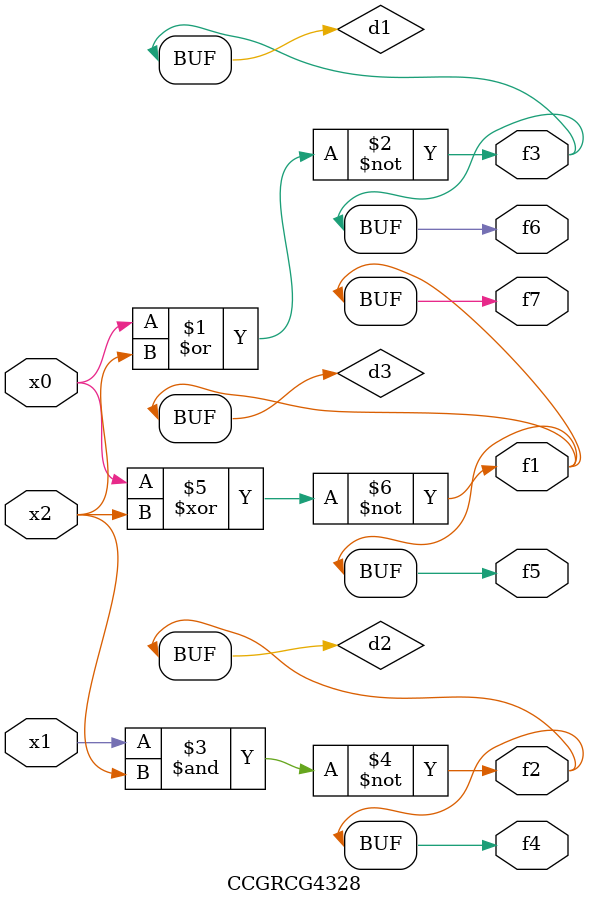
<source format=v>
module CCGRCG4328(
	input x0, x1, x2,
	output f1, f2, f3, f4, f5, f6, f7
);

	wire d1, d2, d3;

	nor (d1, x0, x2);
	nand (d2, x1, x2);
	xnor (d3, x0, x2);
	assign f1 = d3;
	assign f2 = d2;
	assign f3 = d1;
	assign f4 = d2;
	assign f5 = d3;
	assign f6 = d1;
	assign f7 = d3;
endmodule

</source>
